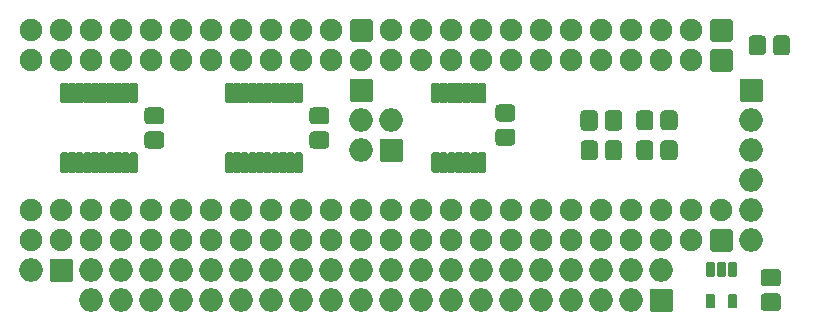
<source format=gbr>
G04 #@! TF.GenerationSoftware,KiCad,Pcbnew,(5.1.9)-1*
G04 #@! TF.CreationDate,2021-04-27T19:19:42+01:00*
G04 #@! TF.ProjectId,RGBtoHDMI Amiga Denise - v2++ Rev 2 by solarmon,52474274-6f48-4444-9d49-20416d696761,v2++ Rev 2*
G04 #@! TF.SameCoordinates,Original*
G04 #@! TF.FileFunction,Soldermask,Top*
G04 #@! TF.FilePolarity,Negative*
%FSLAX46Y46*%
G04 Gerber Fmt 4.6, Leading zero omitted, Abs format (unit mm)*
G04 Created by KiCad (PCBNEW (5.1.9)-1) date 2021-04-27 19:19:42*
%MOMM*%
%LPD*%
G01*
G04 APERTURE LIST*
%ADD10O,2.000000X2.000000*%
%ADD11O,1.900000X1.900000*%
G04 APERTURE END LIST*
D10*
X133985000Y-75565000D03*
G36*
G01*
X132985000Y-78955000D02*
X132985000Y-77255000D01*
G75*
G02*
X133135000Y-77105000I150000J0D01*
G01*
X134835000Y-77105000D01*
G75*
G02*
X134985000Y-77255000I0J-150000D01*
G01*
X134985000Y-78955000D01*
G75*
G02*
X134835000Y-79105000I-150000J0D01*
G01*
X133135000Y-79105000D01*
G75*
G02*
X132985000Y-78955000I0J150000D01*
G01*
G37*
G36*
G01*
X166677171Y-89616000D02*
X165554829Y-89616000D01*
G75*
G02*
X165241000Y-89302171I0J313829D01*
G01*
X165241000Y-88454829D01*
G75*
G02*
X165554829Y-88141000I313829J0D01*
G01*
X166677171Y-88141000D01*
G75*
G02*
X166991000Y-88454829I0J-313829D01*
G01*
X166991000Y-89302171D01*
G75*
G02*
X166677171Y-89616000I-313829J0D01*
G01*
G37*
G36*
G01*
X166677171Y-91691000D02*
X165554829Y-91691000D01*
G75*
G02*
X165241000Y-91377171I0J313829D01*
G01*
X165241000Y-90529829D01*
G75*
G02*
X165554829Y-90216000I313829J0D01*
G01*
X166677171Y-90216000D01*
G75*
G02*
X166991000Y-90529829I0J-313829D01*
G01*
X166991000Y-91377171D01*
G75*
G02*
X166677171Y-91691000I-313829J0D01*
G01*
G37*
G36*
G01*
X152065000Y-76126171D02*
X152065000Y-75003829D01*
G75*
G02*
X152378829Y-74690000I313829J0D01*
G01*
X153226171Y-74690000D01*
G75*
G02*
X153540000Y-75003829I0J-313829D01*
G01*
X153540000Y-76126171D01*
G75*
G02*
X153226171Y-76440000I-313829J0D01*
G01*
X152378829Y-76440000D01*
G75*
G02*
X152065000Y-76126171I0J313829D01*
G01*
G37*
G36*
G01*
X149990000Y-76126171D02*
X149990000Y-75003829D01*
G75*
G02*
X150303829Y-74690000I313829J0D01*
G01*
X151151171Y-74690000D01*
G75*
G02*
X151465000Y-75003829I0J-313829D01*
G01*
X151465000Y-76126171D01*
G75*
G02*
X151151171Y-76440000I-313829J0D01*
G01*
X150303829Y-76440000D01*
G75*
G02*
X149990000Y-76126171I0J313829D01*
G01*
G37*
D11*
X103505000Y-85725000D03*
X106045000Y-85725000D03*
X108585000Y-85725000D03*
X111125000Y-85725000D03*
X113665000Y-85725000D03*
X116205000Y-85725000D03*
X118745000Y-85725000D03*
X121285000Y-85725000D03*
X123825000Y-85725000D03*
X126365000Y-85725000D03*
X128905000Y-85725000D03*
X131445000Y-85725000D03*
X133985000Y-85725000D03*
X136525000Y-85725000D03*
X139065000Y-85725000D03*
X141605000Y-85725000D03*
X144145000Y-85725000D03*
X146685000Y-85725000D03*
X149225000Y-85725000D03*
X151765000Y-85725000D03*
X154305000Y-85725000D03*
X156845000Y-85725000D03*
X159385000Y-85725000D03*
G36*
G01*
X162725000Y-86675000D02*
X161125000Y-86675000D01*
G75*
G02*
X160975000Y-86525000I0J150000D01*
G01*
X160975000Y-84925000D01*
G75*
G02*
X161125000Y-84775000I150000J0D01*
G01*
X162725000Y-84775000D01*
G75*
G02*
X162875000Y-84925000I0J-150000D01*
G01*
X162875000Y-86525000D01*
G75*
G02*
X162725000Y-86675000I-150000J0D01*
G01*
G37*
X103505000Y-70485000D03*
X106045000Y-70485000D03*
X108585000Y-70485000D03*
X111125000Y-70485000D03*
X113665000Y-70485000D03*
X116205000Y-70485000D03*
X118745000Y-70485000D03*
X121285000Y-70485000D03*
X123825000Y-70485000D03*
X126365000Y-70485000D03*
X128905000Y-70485000D03*
X131445000Y-70485000D03*
X133985000Y-70485000D03*
X136525000Y-70485000D03*
X139065000Y-70485000D03*
X141605000Y-70485000D03*
X144145000Y-70485000D03*
X146685000Y-70485000D03*
X149225000Y-70485000D03*
X151765000Y-70485000D03*
X154305000Y-70485000D03*
X156845000Y-70485000D03*
X159385000Y-70485000D03*
G36*
G01*
X162725000Y-71435000D02*
X161125000Y-71435000D01*
G75*
G02*
X160975000Y-71285000I0J150000D01*
G01*
X160975000Y-69685000D01*
G75*
G02*
X161125000Y-69535000I150000J0D01*
G01*
X162725000Y-69535000D01*
G75*
G02*
X162875000Y-69685000I0J-150000D01*
G01*
X162875000Y-71285000D01*
G75*
G02*
X162725000Y-71435000I-150000J0D01*
G01*
G37*
D10*
X164465000Y-85725000D03*
X164465000Y-83185000D03*
X164465000Y-80645000D03*
X164465000Y-78105000D03*
X164465000Y-75565000D03*
G36*
G01*
X163465000Y-73875000D02*
X163465000Y-72175000D01*
G75*
G02*
X163615000Y-72025000I150000J0D01*
G01*
X165315000Y-72025000D01*
G75*
G02*
X165465000Y-72175000I0J-150000D01*
G01*
X165465000Y-73875000D01*
G75*
G02*
X165315000Y-74025000I-150000J0D01*
G01*
X163615000Y-74025000D01*
G75*
G02*
X163465000Y-73875000I0J150000D01*
G01*
G37*
G36*
G01*
X163245000Y-90360000D02*
X163245000Y-91410000D01*
G75*
G02*
X163175000Y-91480000I-70000J0D01*
G01*
X162575000Y-91480000D01*
G75*
G02*
X162505000Y-91410000I0J70000D01*
G01*
X162505000Y-90360000D01*
G75*
G02*
X162575000Y-90290000I70000J0D01*
G01*
X163175000Y-90290000D01*
G75*
G02*
X163245000Y-90360000I0J-70000D01*
G01*
G37*
G36*
G01*
X161345000Y-90360000D02*
X161345000Y-91410000D01*
G75*
G02*
X161275000Y-91480000I-70000J0D01*
G01*
X160675000Y-91480000D01*
G75*
G02*
X160605000Y-91410000I0J70000D01*
G01*
X160605000Y-90360000D01*
G75*
G02*
X160675000Y-90290000I70000J0D01*
G01*
X161275000Y-90290000D01*
G75*
G02*
X161345000Y-90360000I0J-70000D01*
G01*
G37*
G36*
G01*
X161345000Y-87660000D02*
X161345000Y-88710000D01*
G75*
G02*
X161275000Y-88780000I-70000J0D01*
G01*
X160675000Y-88780000D01*
G75*
G02*
X160605000Y-88710000I0J70000D01*
G01*
X160605000Y-87660000D01*
G75*
G02*
X160675000Y-87590000I70000J0D01*
G01*
X161275000Y-87590000D01*
G75*
G02*
X161345000Y-87660000I0J-70000D01*
G01*
G37*
G36*
G01*
X162295000Y-87660000D02*
X162295000Y-88710000D01*
G75*
G02*
X162225000Y-88780000I-70000J0D01*
G01*
X161625000Y-88780000D01*
G75*
G02*
X161555000Y-88710000I0J70000D01*
G01*
X161555000Y-87660000D01*
G75*
G02*
X161625000Y-87590000I70000J0D01*
G01*
X162225000Y-87590000D01*
G75*
G02*
X162295000Y-87660000I0J-70000D01*
G01*
G37*
G36*
G01*
X163245000Y-87660000D02*
X163245000Y-88710000D01*
G75*
G02*
X163175000Y-88780000I-70000J0D01*
G01*
X162575000Y-88780000D01*
G75*
G02*
X162505000Y-88710000I0J70000D01*
G01*
X162505000Y-87660000D01*
G75*
G02*
X162575000Y-87590000I70000J0D01*
G01*
X163175000Y-87590000D01*
G75*
G02*
X163245000Y-87660000I0J-70000D01*
G01*
G37*
G36*
G01*
X166289000Y-69749784D02*
X166289000Y-68680216D01*
G75*
G02*
X166604216Y-68365000I315216J0D01*
G01*
X167423784Y-68365000D01*
G75*
G02*
X167739000Y-68680216I0J-315216D01*
G01*
X167739000Y-69749784D01*
G75*
G02*
X167423784Y-70065000I-315216J0D01*
G01*
X166604216Y-70065000D01*
G75*
G02*
X166289000Y-69749784I0J315216D01*
G01*
G37*
G36*
G01*
X164239000Y-69749784D02*
X164239000Y-68680216D01*
G75*
G02*
X164554216Y-68365000I315216J0D01*
G01*
X165373784Y-68365000D01*
G75*
G02*
X165689000Y-68680216I0J-315216D01*
G01*
X165689000Y-69749784D01*
G75*
G02*
X165373784Y-70065000I-315216J0D01*
G01*
X164554216Y-70065000D01*
G75*
G02*
X164239000Y-69749784I0J315216D01*
G01*
G37*
G36*
G01*
X156764000Y-78639784D02*
X156764000Y-77570216D01*
G75*
G02*
X157079216Y-77255000I315216J0D01*
G01*
X157898784Y-77255000D01*
G75*
G02*
X158214000Y-77570216I0J-315216D01*
G01*
X158214000Y-78639784D01*
G75*
G02*
X157898784Y-78955000I-315216J0D01*
G01*
X157079216Y-78955000D01*
G75*
G02*
X156764000Y-78639784I0J315216D01*
G01*
G37*
G36*
G01*
X154714000Y-78639784D02*
X154714000Y-77570216D01*
G75*
G02*
X155029216Y-77255000I315216J0D01*
G01*
X155848784Y-77255000D01*
G75*
G02*
X156164000Y-77570216I0J-315216D01*
G01*
X156164000Y-78639784D01*
G75*
G02*
X155848784Y-78955000I-315216J0D01*
G01*
X155029216Y-78955000D01*
G75*
G02*
X154714000Y-78639784I0J315216D01*
G01*
G37*
G36*
G01*
X114453784Y-75900000D02*
X113384216Y-75900000D01*
G75*
G02*
X113069000Y-75584784I0J315216D01*
G01*
X113069000Y-74765216D01*
G75*
G02*
X113384216Y-74450000I315216J0D01*
G01*
X114453784Y-74450000D01*
G75*
G02*
X114769000Y-74765216I0J-315216D01*
G01*
X114769000Y-75584784D01*
G75*
G02*
X114453784Y-75900000I-315216J0D01*
G01*
G37*
G36*
G01*
X114453784Y-77950000D02*
X113384216Y-77950000D01*
G75*
G02*
X113069000Y-77634784I0J315216D01*
G01*
X113069000Y-76815216D01*
G75*
G02*
X113384216Y-76500000I315216J0D01*
G01*
X114453784Y-76500000D01*
G75*
G02*
X114769000Y-76815216I0J-315216D01*
G01*
X114769000Y-77634784D01*
G75*
G02*
X114453784Y-77950000I-315216J0D01*
G01*
G37*
G36*
G01*
X128423784Y-75900000D02*
X127354216Y-75900000D01*
G75*
G02*
X127039000Y-75584784I0J315216D01*
G01*
X127039000Y-74765216D01*
G75*
G02*
X127354216Y-74450000I315216J0D01*
G01*
X128423784Y-74450000D01*
G75*
G02*
X128739000Y-74765216I0J-315216D01*
G01*
X128739000Y-75584784D01*
G75*
G02*
X128423784Y-75900000I-315216J0D01*
G01*
G37*
G36*
G01*
X128423784Y-77950000D02*
X127354216Y-77950000D01*
G75*
G02*
X127039000Y-77634784I0J315216D01*
G01*
X127039000Y-76815216D01*
G75*
G02*
X127354216Y-76500000I315216J0D01*
G01*
X128423784Y-76500000D01*
G75*
G02*
X128739000Y-76815216I0J-315216D01*
G01*
X128739000Y-77634784D01*
G75*
G02*
X128423784Y-77950000I-315216J0D01*
G01*
G37*
G36*
G01*
X144171784Y-75655000D02*
X143102216Y-75655000D01*
G75*
G02*
X142787000Y-75339784I0J315216D01*
G01*
X142787000Y-74520216D01*
G75*
G02*
X143102216Y-74205000I315216J0D01*
G01*
X144171784Y-74205000D01*
G75*
G02*
X144487000Y-74520216I0J-315216D01*
G01*
X144487000Y-75339784D01*
G75*
G02*
X144171784Y-75655000I-315216J0D01*
G01*
G37*
G36*
G01*
X144171784Y-77705000D02*
X143102216Y-77705000D01*
G75*
G02*
X142787000Y-77389784I0J315216D01*
G01*
X142787000Y-76570216D01*
G75*
G02*
X143102216Y-76255000I315216J0D01*
G01*
X144171784Y-76255000D01*
G75*
G02*
X144487000Y-76570216I0J-315216D01*
G01*
X144487000Y-77389784D01*
G75*
G02*
X144171784Y-77705000I-315216J0D01*
G01*
G37*
G36*
G01*
X141425000Y-72375000D02*
X141875000Y-72375000D01*
G75*
G02*
X142025000Y-72525000I0J-150000D01*
G01*
X142025000Y-73975000D01*
G75*
G02*
X141875000Y-74125000I-150000J0D01*
G01*
X141425000Y-74125000D01*
G75*
G02*
X141275000Y-73975000I0J150000D01*
G01*
X141275000Y-72525000D01*
G75*
G02*
X141425000Y-72375000I150000J0D01*
G01*
G37*
G36*
G01*
X140775000Y-72375000D02*
X141225000Y-72375000D01*
G75*
G02*
X141375000Y-72525000I0J-150000D01*
G01*
X141375000Y-73975000D01*
G75*
G02*
X141225000Y-74125000I-150000J0D01*
G01*
X140775000Y-74125000D01*
G75*
G02*
X140625000Y-73975000I0J150000D01*
G01*
X140625000Y-72525000D01*
G75*
G02*
X140775000Y-72375000I150000J0D01*
G01*
G37*
G36*
G01*
X140125000Y-72375000D02*
X140575000Y-72375000D01*
G75*
G02*
X140725000Y-72525000I0J-150000D01*
G01*
X140725000Y-73975000D01*
G75*
G02*
X140575000Y-74125000I-150000J0D01*
G01*
X140125000Y-74125000D01*
G75*
G02*
X139975000Y-73975000I0J150000D01*
G01*
X139975000Y-72525000D01*
G75*
G02*
X140125000Y-72375000I150000J0D01*
G01*
G37*
G36*
G01*
X139475000Y-72375000D02*
X139925000Y-72375000D01*
G75*
G02*
X140075000Y-72525000I0J-150000D01*
G01*
X140075000Y-73975000D01*
G75*
G02*
X139925000Y-74125000I-150000J0D01*
G01*
X139475000Y-74125000D01*
G75*
G02*
X139325000Y-73975000I0J150000D01*
G01*
X139325000Y-72525000D01*
G75*
G02*
X139475000Y-72375000I150000J0D01*
G01*
G37*
G36*
G01*
X138825000Y-72375000D02*
X139275000Y-72375000D01*
G75*
G02*
X139425000Y-72525000I0J-150000D01*
G01*
X139425000Y-73975000D01*
G75*
G02*
X139275000Y-74125000I-150000J0D01*
G01*
X138825000Y-74125000D01*
G75*
G02*
X138675000Y-73975000I0J150000D01*
G01*
X138675000Y-72525000D01*
G75*
G02*
X138825000Y-72375000I150000J0D01*
G01*
G37*
G36*
G01*
X138175000Y-72375000D02*
X138625000Y-72375000D01*
G75*
G02*
X138775000Y-72525000I0J-150000D01*
G01*
X138775000Y-73975000D01*
G75*
G02*
X138625000Y-74125000I-150000J0D01*
G01*
X138175000Y-74125000D01*
G75*
G02*
X138025000Y-73975000I0J150000D01*
G01*
X138025000Y-72525000D01*
G75*
G02*
X138175000Y-72375000I150000J0D01*
G01*
G37*
G36*
G01*
X137525000Y-72375000D02*
X137975000Y-72375000D01*
G75*
G02*
X138125000Y-72525000I0J-150000D01*
G01*
X138125000Y-73975000D01*
G75*
G02*
X137975000Y-74125000I-150000J0D01*
G01*
X137525000Y-74125000D01*
G75*
G02*
X137375000Y-73975000I0J150000D01*
G01*
X137375000Y-72525000D01*
G75*
G02*
X137525000Y-72375000I150000J0D01*
G01*
G37*
G36*
G01*
X137525000Y-78275000D02*
X137975000Y-78275000D01*
G75*
G02*
X138125000Y-78425000I0J-150000D01*
G01*
X138125000Y-79875000D01*
G75*
G02*
X137975000Y-80025000I-150000J0D01*
G01*
X137525000Y-80025000D01*
G75*
G02*
X137375000Y-79875000I0J150000D01*
G01*
X137375000Y-78425000D01*
G75*
G02*
X137525000Y-78275000I150000J0D01*
G01*
G37*
G36*
G01*
X138175000Y-78275000D02*
X138625000Y-78275000D01*
G75*
G02*
X138775000Y-78425000I0J-150000D01*
G01*
X138775000Y-79875000D01*
G75*
G02*
X138625000Y-80025000I-150000J0D01*
G01*
X138175000Y-80025000D01*
G75*
G02*
X138025000Y-79875000I0J150000D01*
G01*
X138025000Y-78425000D01*
G75*
G02*
X138175000Y-78275000I150000J0D01*
G01*
G37*
G36*
G01*
X138825000Y-78275000D02*
X139275000Y-78275000D01*
G75*
G02*
X139425000Y-78425000I0J-150000D01*
G01*
X139425000Y-79875000D01*
G75*
G02*
X139275000Y-80025000I-150000J0D01*
G01*
X138825000Y-80025000D01*
G75*
G02*
X138675000Y-79875000I0J150000D01*
G01*
X138675000Y-78425000D01*
G75*
G02*
X138825000Y-78275000I150000J0D01*
G01*
G37*
G36*
G01*
X139475000Y-78275000D02*
X139925000Y-78275000D01*
G75*
G02*
X140075000Y-78425000I0J-150000D01*
G01*
X140075000Y-79875000D01*
G75*
G02*
X139925000Y-80025000I-150000J0D01*
G01*
X139475000Y-80025000D01*
G75*
G02*
X139325000Y-79875000I0J150000D01*
G01*
X139325000Y-78425000D01*
G75*
G02*
X139475000Y-78275000I150000J0D01*
G01*
G37*
G36*
G01*
X140125000Y-78275000D02*
X140575000Y-78275000D01*
G75*
G02*
X140725000Y-78425000I0J-150000D01*
G01*
X140725000Y-79875000D01*
G75*
G02*
X140575000Y-80025000I-150000J0D01*
G01*
X140125000Y-80025000D01*
G75*
G02*
X139975000Y-79875000I0J150000D01*
G01*
X139975000Y-78425000D01*
G75*
G02*
X140125000Y-78275000I150000J0D01*
G01*
G37*
G36*
G01*
X140775000Y-78275000D02*
X141225000Y-78275000D01*
G75*
G02*
X141375000Y-78425000I0J-150000D01*
G01*
X141375000Y-79875000D01*
G75*
G02*
X141225000Y-80025000I-150000J0D01*
G01*
X140775000Y-80025000D01*
G75*
G02*
X140625000Y-79875000I0J150000D01*
G01*
X140625000Y-78425000D01*
G75*
G02*
X140775000Y-78275000I150000J0D01*
G01*
G37*
G36*
G01*
X141425000Y-78275000D02*
X141875000Y-78275000D01*
G75*
G02*
X142025000Y-78425000I0J-150000D01*
G01*
X142025000Y-79875000D01*
G75*
G02*
X141875000Y-80025000I-150000J0D01*
G01*
X141425000Y-80025000D01*
G75*
G02*
X141275000Y-79875000I0J150000D01*
G01*
X141275000Y-78425000D01*
G75*
G02*
X141425000Y-78275000I150000J0D01*
G01*
G37*
G36*
G01*
X125890000Y-78275000D02*
X126340000Y-78275000D01*
G75*
G02*
X126490000Y-78425000I0J-150000D01*
G01*
X126490000Y-79875000D01*
G75*
G02*
X126340000Y-80025000I-150000J0D01*
G01*
X125890000Y-80025000D01*
G75*
G02*
X125740000Y-79875000I0J150000D01*
G01*
X125740000Y-78425000D01*
G75*
G02*
X125890000Y-78275000I150000J0D01*
G01*
G37*
G36*
G01*
X125240000Y-78275000D02*
X125690000Y-78275000D01*
G75*
G02*
X125840000Y-78425000I0J-150000D01*
G01*
X125840000Y-79875000D01*
G75*
G02*
X125690000Y-80025000I-150000J0D01*
G01*
X125240000Y-80025000D01*
G75*
G02*
X125090000Y-79875000I0J150000D01*
G01*
X125090000Y-78425000D01*
G75*
G02*
X125240000Y-78275000I150000J0D01*
G01*
G37*
G36*
G01*
X124590000Y-78275000D02*
X125040000Y-78275000D01*
G75*
G02*
X125190000Y-78425000I0J-150000D01*
G01*
X125190000Y-79875000D01*
G75*
G02*
X125040000Y-80025000I-150000J0D01*
G01*
X124590000Y-80025000D01*
G75*
G02*
X124440000Y-79875000I0J150000D01*
G01*
X124440000Y-78425000D01*
G75*
G02*
X124590000Y-78275000I150000J0D01*
G01*
G37*
G36*
G01*
X123940000Y-78275000D02*
X124390000Y-78275000D01*
G75*
G02*
X124540000Y-78425000I0J-150000D01*
G01*
X124540000Y-79875000D01*
G75*
G02*
X124390000Y-80025000I-150000J0D01*
G01*
X123940000Y-80025000D01*
G75*
G02*
X123790000Y-79875000I0J150000D01*
G01*
X123790000Y-78425000D01*
G75*
G02*
X123940000Y-78275000I150000J0D01*
G01*
G37*
G36*
G01*
X123290000Y-78275000D02*
X123740000Y-78275000D01*
G75*
G02*
X123890000Y-78425000I0J-150000D01*
G01*
X123890000Y-79875000D01*
G75*
G02*
X123740000Y-80025000I-150000J0D01*
G01*
X123290000Y-80025000D01*
G75*
G02*
X123140000Y-79875000I0J150000D01*
G01*
X123140000Y-78425000D01*
G75*
G02*
X123290000Y-78275000I150000J0D01*
G01*
G37*
G36*
G01*
X122640000Y-78275000D02*
X123090000Y-78275000D01*
G75*
G02*
X123240000Y-78425000I0J-150000D01*
G01*
X123240000Y-79875000D01*
G75*
G02*
X123090000Y-80025000I-150000J0D01*
G01*
X122640000Y-80025000D01*
G75*
G02*
X122490000Y-79875000I0J150000D01*
G01*
X122490000Y-78425000D01*
G75*
G02*
X122640000Y-78275000I150000J0D01*
G01*
G37*
G36*
G01*
X121990000Y-78275000D02*
X122440000Y-78275000D01*
G75*
G02*
X122590000Y-78425000I0J-150000D01*
G01*
X122590000Y-79875000D01*
G75*
G02*
X122440000Y-80025000I-150000J0D01*
G01*
X121990000Y-80025000D01*
G75*
G02*
X121840000Y-79875000I0J150000D01*
G01*
X121840000Y-78425000D01*
G75*
G02*
X121990000Y-78275000I150000J0D01*
G01*
G37*
G36*
G01*
X121340000Y-78275000D02*
X121790000Y-78275000D01*
G75*
G02*
X121940000Y-78425000I0J-150000D01*
G01*
X121940000Y-79875000D01*
G75*
G02*
X121790000Y-80025000I-150000J0D01*
G01*
X121340000Y-80025000D01*
G75*
G02*
X121190000Y-79875000I0J150000D01*
G01*
X121190000Y-78425000D01*
G75*
G02*
X121340000Y-78275000I150000J0D01*
G01*
G37*
G36*
G01*
X120690000Y-78275000D02*
X121140000Y-78275000D01*
G75*
G02*
X121290000Y-78425000I0J-150000D01*
G01*
X121290000Y-79875000D01*
G75*
G02*
X121140000Y-80025000I-150000J0D01*
G01*
X120690000Y-80025000D01*
G75*
G02*
X120540000Y-79875000I0J150000D01*
G01*
X120540000Y-78425000D01*
G75*
G02*
X120690000Y-78275000I150000J0D01*
G01*
G37*
G36*
G01*
X120040000Y-78275000D02*
X120490000Y-78275000D01*
G75*
G02*
X120640000Y-78425000I0J-150000D01*
G01*
X120640000Y-79875000D01*
G75*
G02*
X120490000Y-80025000I-150000J0D01*
G01*
X120040000Y-80025000D01*
G75*
G02*
X119890000Y-79875000I0J150000D01*
G01*
X119890000Y-78425000D01*
G75*
G02*
X120040000Y-78275000I150000J0D01*
G01*
G37*
G36*
G01*
X120040000Y-72375000D02*
X120490000Y-72375000D01*
G75*
G02*
X120640000Y-72525000I0J-150000D01*
G01*
X120640000Y-73975000D01*
G75*
G02*
X120490000Y-74125000I-150000J0D01*
G01*
X120040000Y-74125000D01*
G75*
G02*
X119890000Y-73975000I0J150000D01*
G01*
X119890000Y-72525000D01*
G75*
G02*
X120040000Y-72375000I150000J0D01*
G01*
G37*
G36*
G01*
X120690000Y-72375000D02*
X121140000Y-72375000D01*
G75*
G02*
X121290000Y-72525000I0J-150000D01*
G01*
X121290000Y-73975000D01*
G75*
G02*
X121140000Y-74125000I-150000J0D01*
G01*
X120690000Y-74125000D01*
G75*
G02*
X120540000Y-73975000I0J150000D01*
G01*
X120540000Y-72525000D01*
G75*
G02*
X120690000Y-72375000I150000J0D01*
G01*
G37*
G36*
G01*
X121340000Y-72375000D02*
X121790000Y-72375000D01*
G75*
G02*
X121940000Y-72525000I0J-150000D01*
G01*
X121940000Y-73975000D01*
G75*
G02*
X121790000Y-74125000I-150000J0D01*
G01*
X121340000Y-74125000D01*
G75*
G02*
X121190000Y-73975000I0J150000D01*
G01*
X121190000Y-72525000D01*
G75*
G02*
X121340000Y-72375000I150000J0D01*
G01*
G37*
G36*
G01*
X121990000Y-72375000D02*
X122440000Y-72375000D01*
G75*
G02*
X122590000Y-72525000I0J-150000D01*
G01*
X122590000Y-73975000D01*
G75*
G02*
X122440000Y-74125000I-150000J0D01*
G01*
X121990000Y-74125000D01*
G75*
G02*
X121840000Y-73975000I0J150000D01*
G01*
X121840000Y-72525000D01*
G75*
G02*
X121990000Y-72375000I150000J0D01*
G01*
G37*
G36*
G01*
X122640000Y-72375000D02*
X123090000Y-72375000D01*
G75*
G02*
X123240000Y-72525000I0J-150000D01*
G01*
X123240000Y-73975000D01*
G75*
G02*
X123090000Y-74125000I-150000J0D01*
G01*
X122640000Y-74125000D01*
G75*
G02*
X122490000Y-73975000I0J150000D01*
G01*
X122490000Y-72525000D01*
G75*
G02*
X122640000Y-72375000I150000J0D01*
G01*
G37*
G36*
G01*
X123290000Y-72375000D02*
X123740000Y-72375000D01*
G75*
G02*
X123890000Y-72525000I0J-150000D01*
G01*
X123890000Y-73975000D01*
G75*
G02*
X123740000Y-74125000I-150000J0D01*
G01*
X123290000Y-74125000D01*
G75*
G02*
X123140000Y-73975000I0J150000D01*
G01*
X123140000Y-72525000D01*
G75*
G02*
X123290000Y-72375000I150000J0D01*
G01*
G37*
G36*
G01*
X123940000Y-72375000D02*
X124390000Y-72375000D01*
G75*
G02*
X124540000Y-72525000I0J-150000D01*
G01*
X124540000Y-73975000D01*
G75*
G02*
X124390000Y-74125000I-150000J0D01*
G01*
X123940000Y-74125000D01*
G75*
G02*
X123790000Y-73975000I0J150000D01*
G01*
X123790000Y-72525000D01*
G75*
G02*
X123940000Y-72375000I150000J0D01*
G01*
G37*
G36*
G01*
X124590000Y-72375000D02*
X125040000Y-72375000D01*
G75*
G02*
X125190000Y-72525000I0J-150000D01*
G01*
X125190000Y-73975000D01*
G75*
G02*
X125040000Y-74125000I-150000J0D01*
G01*
X124590000Y-74125000D01*
G75*
G02*
X124440000Y-73975000I0J150000D01*
G01*
X124440000Y-72525000D01*
G75*
G02*
X124590000Y-72375000I150000J0D01*
G01*
G37*
G36*
G01*
X125240000Y-72375000D02*
X125690000Y-72375000D01*
G75*
G02*
X125840000Y-72525000I0J-150000D01*
G01*
X125840000Y-73975000D01*
G75*
G02*
X125690000Y-74125000I-150000J0D01*
G01*
X125240000Y-74125000D01*
G75*
G02*
X125090000Y-73975000I0J150000D01*
G01*
X125090000Y-72525000D01*
G75*
G02*
X125240000Y-72375000I150000J0D01*
G01*
G37*
G36*
G01*
X125890000Y-72375000D02*
X126340000Y-72375000D01*
G75*
G02*
X126490000Y-72525000I0J-150000D01*
G01*
X126490000Y-73975000D01*
G75*
G02*
X126340000Y-74125000I-150000J0D01*
G01*
X125890000Y-74125000D01*
G75*
G02*
X125740000Y-73975000I0J150000D01*
G01*
X125740000Y-72525000D01*
G75*
G02*
X125890000Y-72375000I150000J0D01*
G01*
G37*
G36*
G01*
X111920000Y-72375000D02*
X112370000Y-72375000D01*
G75*
G02*
X112520000Y-72525000I0J-150000D01*
G01*
X112520000Y-73975000D01*
G75*
G02*
X112370000Y-74125000I-150000J0D01*
G01*
X111920000Y-74125000D01*
G75*
G02*
X111770000Y-73975000I0J150000D01*
G01*
X111770000Y-72525000D01*
G75*
G02*
X111920000Y-72375000I150000J0D01*
G01*
G37*
G36*
G01*
X111270000Y-72375000D02*
X111720000Y-72375000D01*
G75*
G02*
X111870000Y-72525000I0J-150000D01*
G01*
X111870000Y-73975000D01*
G75*
G02*
X111720000Y-74125000I-150000J0D01*
G01*
X111270000Y-74125000D01*
G75*
G02*
X111120000Y-73975000I0J150000D01*
G01*
X111120000Y-72525000D01*
G75*
G02*
X111270000Y-72375000I150000J0D01*
G01*
G37*
G36*
G01*
X110620000Y-72375000D02*
X111070000Y-72375000D01*
G75*
G02*
X111220000Y-72525000I0J-150000D01*
G01*
X111220000Y-73975000D01*
G75*
G02*
X111070000Y-74125000I-150000J0D01*
G01*
X110620000Y-74125000D01*
G75*
G02*
X110470000Y-73975000I0J150000D01*
G01*
X110470000Y-72525000D01*
G75*
G02*
X110620000Y-72375000I150000J0D01*
G01*
G37*
G36*
G01*
X109970000Y-72375000D02*
X110420000Y-72375000D01*
G75*
G02*
X110570000Y-72525000I0J-150000D01*
G01*
X110570000Y-73975000D01*
G75*
G02*
X110420000Y-74125000I-150000J0D01*
G01*
X109970000Y-74125000D01*
G75*
G02*
X109820000Y-73975000I0J150000D01*
G01*
X109820000Y-72525000D01*
G75*
G02*
X109970000Y-72375000I150000J0D01*
G01*
G37*
G36*
G01*
X109320000Y-72375000D02*
X109770000Y-72375000D01*
G75*
G02*
X109920000Y-72525000I0J-150000D01*
G01*
X109920000Y-73975000D01*
G75*
G02*
X109770000Y-74125000I-150000J0D01*
G01*
X109320000Y-74125000D01*
G75*
G02*
X109170000Y-73975000I0J150000D01*
G01*
X109170000Y-72525000D01*
G75*
G02*
X109320000Y-72375000I150000J0D01*
G01*
G37*
G36*
G01*
X108670000Y-72375000D02*
X109120000Y-72375000D01*
G75*
G02*
X109270000Y-72525000I0J-150000D01*
G01*
X109270000Y-73975000D01*
G75*
G02*
X109120000Y-74125000I-150000J0D01*
G01*
X108670000Y-74125000D01*
G75*
G02*
X108520000Y-73975000I0J150000D01*
G01*
X108520000Y-72525000D01*
G75*
G02*
X108670000Y-72375000I150000J0D01*
G01*
G37*
G36*
G01*
X108020000Y-72375000D02*
X108470000Y-72375000D01*
G75*
G02*
X108620000Y-72525000I0J-150000D01*
G01*
X108620000Y-73975000D01*
G75*
G02*
X108470000Y-74125000I-150000J0D01*
G01*
X108020000Y-74125000D01*
G75*
G02*
X107870000Y-73975000I0J150000D01*
G01*
X107870000Y-72525000D01*
G75*
G02*
X108020000Y-72375000I150000J0D01*
G01*
G37*
G36*
G01*
X107370000Y-72375000D02*
X107820000Y-72375000D01*
G75*
G02*
X107970000Y-72525000I0J-150000D01*
G01*
X107970000Y-73975000D01*
G75*
G02*
X107820000Y-74125000I-150000J0D01*
G01*
X107370000Y-74125000D01*
G75*
G02*
X107220000Y-73975000I0J150000D01*
G01*
X107220000Y-72525000D01*
G75*
G02*
X107370000Y-72375000I150000J0D01*
G01*
G37*
G36*
G01*
X106720000Y-72375000D02*
X107170000Y-72375000D01*
G75*
G02*
X107320000Y-72525000I0J-150000D01*
G01*
X107320000Y-73975000D01*
G75*
G02*
X107170000Y-74125000I-150000J0D01*
G01*
X106720000Y-74125000D01*
G75*
G02*
X106570000Y-73975000I0J150000D01*
G01*
X106570000Y-72525000D01*
G75*
G02*
X106720000Y-72375000I150000J0D01*
G01*
G37*
G36*
G01*
X106070000Y-72375000D02*
X106520000Y-72375000D01*
G75*
G02*
X106670000Y-72525000I0J-150000D01*
G01*
X106670000Y-73975000D01*
G75*
G02*
X106520000Y-74125000I-150000J0D01*
G01*
X106070000Y-74125000D01*
G75*
G02*
X105920000Y-73975000I0J150000D01*
G01*
X105920000Y-72525000D01*
G75*
G02*
X106070000Y-72375000I150000J0D01*
G01*
G37*
G36*
G01*
X106070000Y-78275000D02*
X106520000Y-78275000D01*
G75*
G02*
X106670000Y-78425000I0J-150000D01*
G01*
X106670000Y-79875000D01*
G75*
G02*
X106520000Y-80025000I-150000J0D01*
G01*
X106070000Y-80025000D01*
G75*
G02*
X105920000Y-79875000I0J150000D01*
G01*
X105920000Y-78425000D01*
G75*
G02*
X106070000Y-78275000I150000J0D01*
G01*
G37*
G36*
G01*
X106720000Y-78275000D02*
X107170000Y-78275000D01*
G75*
G02*
X107320000Y-78425000I0J-150000D01*
G01*
X107320000Y-79875000D01*
G75*
G02*
X107170000Y-80025000I-150000J0D01*
G01*
X106720000Y-80025000D01*
G75*
G02*
X106570000Y-79875000I0J150000D01*
G01*
X106570000Y-78425000D01*
G75*
G02*
X106720000Y-78275000I150000J0D01*
G01*
G37*
G36*
G01*
X107370000Y-78275000D02*
X107820000Y-78275000D01*
G75*
G02*
X107970000Y-78425000I0J-150000D01*
G01*
X107970000Y-79875000D01*
G75*
G02*
X107820000Y-80025000I-150000J0D01*
G01*
X107370000Y-80025000D01*
G75*
G02*
X107220000Y-79875000I0J150000D01*
G01*
X107220000Y-78425000D01*
G75*
G02*
X107370000Y-78275000I150000J0D01*
G01*
G37*
G36*
G01*
X108020000Y-78275000D02*
X108470000Y-78275000D01*
G75*
G02*
X108620000Y-78425000I0J-150000D01*
G01*
X108620000Y-79875000D01*
G75*
G02*
X108470000Y-80025000I-150000J0D01*
G01*
X108020000Y-80025000D01*
G75*
G02*
X107870000Y-79875000I0J150000D01*
G01*
X107870000Y-78425000D01*
G75*
G02*
X108020000Y-78275000I150000J0D01*
G01*
G37*
G36*
G01*
X108670000Y-78275000D02*
X109120000Y-78275000D01*
G75*
G02*
X109270000Y-78425000I0J-150000D01*
G01*
X109270000Y-79875000D01*
G75*
G02*
X109120000Y-80025000I-150000J0D01*
G01*
X108670000Y-80025000D01*
G75*
G02*
X108520000Y-79875000I0J150000D01*
G01*
X108520000Y-78425000D01*
G75*
G02*
X108670000Y-78275000I150000J0D01*
G01*
G37*
G36*
G01*
X109320000Y-78275000D02*
X109770000Y-78275000D01*
G75*
G02*
X109920000Y-78425000I0J-150000D01*
G01*
X109920000Y-79875000D01*
G75*
G02*
X109770000Y-80025000I-150000J0D01*
G01*
X109320000Y-80025000D01*
G75*
G02*
X109170000Y-79875000I0J150000D01*
G01*
X109170000Y-78425000D01*
G75*
G02*
X109320000Y-78275000I150000J0D01*
G01*
G37*
G36*
G01*
X109970000Y-78275000D02*
X110420000Y-78275000D01*
G75*
G02*
X110570000Y-78425000I0J-150000D01*
G01*
X110570000Y-79875000D01*
G75*
G02*
X110420000Y-80025000I-150000J0D01*
G01*
X109970000Y-80025000D01*
G75*
G02*
X109820000Y-79875000I0J150000D01*
G01*
X109820000Y-78425000D01*
G75*
G02*
X109970000Y-78275000I150000J0D01*
G01*
G37*
G36*
G01*
X110620000Y-78275000D02*
X111070000Y-78275000D01*
G75*
G02*
X111220000Y-78425000I0J-150000D01*
G01*
X111220000Y-79875000D01*
G75*
G02*
X111070000Y-80025000I-150000J0D01*
G01*
X110620000Y-80025000D01*
G75*
G02*
X110470000Y-79875000I0J150000D01*
G01*
X110470000Y-78425000D01*
G75*
G02*
X110620000Y-78275000I150000J0D01*
G01*
G37*
G36*
G01*
X111270000Y-78275000D02*
X111720000Y-78275000D01*
G75*
G02*
X111870000Y-78425000I0J-150000D01*
G01*
X111870000Y-79875000D01*
G75*
G02*
X111720000Y-80025000I-150000J0D01*
G01*
X111270000Y-80025000D01*
G75*
G02*
X111120000Y-79875000I0J150000D01*
G01*
X111120000Y-78425000D01*
G75*
G02*
X111270000Y-78275000I150000J0D01*
G01*
G37*
G36*
G01*
X111920000Y-78275000D02*
X112370000Y-78275000D01*
G75*
G02*
X112520000Y-78425000I0J-150000D01*
G01*
X112520000Y-79875000D01*
G75*
G02*
X112370000Y-80025000I-150000J0D01*
G01*
X111920000Y-80025000D01*
G75*
G02*
X111770000Y-79875000I0J150000D01*
G01*
X111770000Y-78425000D01*
G75*
G02*
X111920000Y-78275000I150000J0D01*
G01*
G37*
G36*
G01*
X155995000Y-89805000D02*
X157695000Y-89805000D01*
G75*
G02*
X157845000Y-89955000I0J-150000D01*
G01*
X157845000Y-91655000D01*
G75*
G02*
X157695000Y-91805000I-150000J0D01*
G01*
X155995000Y-91805000D01*
G75*
G02*
X155845000Y-91655000I0J150000D01*
G01*
X155845000Y-89955000D01*
G75*
G02*
X155995000Y-89805000I150000J0D01*
G01*
G37*
X156845000Y-88265000D03*
X154305000Y-90805000D03*
X154305000Y-88265000D03*
X151765000Y-90805000D03*
X151765000Y-88265000D03*
X149225000Y-90805000D03*
X149225000Y-88265000D03*
X146685000Y-90805000D03*
X146685000Y-88265000D03*
X144145000Y-90805000D03*
X144145000Y-88265000D03*
X141605000Y-90805000D03*
X141605000Y-88265000D03*
X139065000Y-90805000D03*
X139065000Y-88265000D03*
X136525000Y-90805000D03*
X136525000Y-88265000D03*
X133985000Y-90805000D03*
X133985000Y-88265000D03*
X131445000Y-90805000D03*
X131445000Y-88265000D03*
X128905000Y-90805000D03*
X128905000Y-88265000D03*
X126365000Y-90805000D03*
X126365000Y-88265000D03*
X123825000Y-90805000D03*
X123825000Y-88265000D03*
X121285000Y-90805000D03*
X121285000Y-88265000D03*
X118745000Y-90805000D03*
X118745000Y-88265000D03*
X116205000Y-90805000D03*
X116205000Y-88265000D03*
X113665000Y-90805000D03*
X113665000Y-88265000D03*
X111125000Y-90805000D03*
X111125000Y-88265000D03*
X108585000Y-90805000D03*
X108585000Y-88265000D03*
G36*
G01*
X158214000Y-75030216D02*
X158214000Y-76099784D01*
G75*
G02*
X157898784Y-76415000I-315216J0D01*
G01*
X157079216Y-76415000D01*
G75*
G02*
X156764000Y-76099784I0J315216D01*
G01*
X156764000Y-75030216D01*
G75*
G02*
X157079216Y-74715000I315216J0D01*
G01*
X157898784Y-74715000D01*
G75*
G02*
X158214000Y-75030216I0J-315216D01*
G01*
G37*
G36*
G01*
X156164000Y-75030216D02*
X156164000Y-76099784D01*
G75*
G02*
X155848784Y-76415000I-315216J0D01*
G01*
X155029216Y-76415000D01*
G75*
G02*
X154714000Y-76099784I0J315216D01*
G01*
X154714000Y-75030216D01*
G75*
G02*
X155029216Y-74715000I315216J0D01*
G01*
X155848784Y-74715000D01*
G75*
G02*
X156164000Y-75030216I0J-315216D01*
G01*
G37*
G36*
G01*
X150015000Y-78639784D02*
X150015000Y-77570216D01*
G75*
G02*
X150330216Y-77255000I315216J0D01*
G01*
X151149784Y-77255000D01*
G75*
G02*
X151465000Y-77570216I0J-315216D01*
G01*
X151465000Y-78639784D01*
G75*
G02*
X151149784Y-78955000I-315216J0D01*
G01*
X150330216Y-78955000D01*
G75*
G02*
X150015000Y-78639784I0J315216D01*
G01*
G37*
G36*
G01*
X152065000Y-78639784D02*
X152065000Y-77570216D01*
G75*
G02*
X152380216Y-77255000I315216J0D01*
G01*
X153199784Y-77255000D01*
G75*
G02*
X153515000Y-77570216I0J-315216D01*
G01*
X153515000Y-78639784D01*
G75*
G02*
X153199784Y-78955000I-315216J0D01*
G01*
X152380216Y-78955000D01*
G75*
G02*
X152065000Y-78639784I0J315216D01*
G01*
G37*
G36*
G01*
X161125000Y-66995000D02*
X162725000Y-66995000D01*
G75*
G02*
X162875000Y-67145000I0J-150000D01*
G01*
X162875000Y-68745000D01*
G75*
G02*
X162725000Y-68895000I-150000J0D01*
G01*
X161125000Y-68895000D01*
G75*
G02*
X160975000Y-68745000I0J150000D01*
G01*
X160975000Y-67145000D01*
G75*
G02*
X161125000Y-66995000I150000J0D01*
G01*
G37*
D11*
X133985000Y-83185000D03*
X159385000Y-67945000D03*
X136525000Y-83185000D03*
X156845000Y-67945000D03*
X139065000Y-83185000D03*
X154305000Y-67945000D03*
X141605000Y-83185000D03*
X151765000Y-67945000D03*
X144145000Y-83185000D03*
X149225000Y-67945000D03*
X146685000Y-83185000D03*
X146685000Y-67945000D03*
X149225000Y-83185000D03*
X144145000Y-67945000D03*
X151765000Y-83185000D03*
X141605000Y-67945000D03*
X154305000Y-83185000D03*
X139065000Y-67945000D03*
X156845000Y-83185000D03*
X136525000Y-67945000D03*
X159385000Y-83185000D03*
X133985000Y-67945000D03*
X161925000Y-83185000D03*
G36*
G01*
X130645000Y-66995000D02*
X132245000Y-66995000D01*
G75*
G02*
X132395000Y-67145000I0J-150000D01*
G01*
X132395000Y-68745000D01*
G75*
G02*
X132245000Y-68895000I-150000J0D01*
G01*
X130645000Y-68895000D01*
G75*
G02*
X130495000Y-68745000I0J150000D01*
G01*
X130495000Y-67145000D01*
G75*
G02*
X130645000Y-66995000I150000J0D01*
G01*
G37*
X103505000Y-83185000D03*
X128905000Y-67945000D03*
X106045000Y-83185000D03*
X126365000Y-67945000D03*
X108585000Y-83185000D03*
X123825000Y-67945000D03*
X111125000Y-83185000D03*
X121285000Y-67945000D03*
X113665000Y-83185000D03*
X118745000Y-67945000D03*
X116205000Y-83185000D03*
X116205000Y-67945000D03*
X118745000Y-83185000D03*
X113665000Y-67945000D03*
X121285000Y-83185000D03*
X111125000Y-67945000D03*
X123825000Y-83185000D03*
X108585000Y-67945000D03*
X126365000Y-83185000D03*
X106045000Y-67945000D03*
X128905000Y-83185000D03*
X103505000Y-67945000D03*
X131445000Y-83185000D03*
D10*
X103505000Y-88265000D03*
G36*
G01*
X105195000Y-87265000D02*
X106895000Y-87265000D01*
G75*
G02*
X107045000Y-87415000I0J-150000D01*
G01*
X107045000Y-89115000D01*
G75*
G02*
X106895000Y-89265000I-150000J0D01*
G01*
X105195000Y-89265000D01*
G75*
G02*
X105045000Y-89115000I0J150000D01*
G01*
X105045000Y-87415000D01*
G75*
G02*
X105195000Y-87265000I150000J0D01*
G01*
G37*
G36*
G01*
X132445000Y-72175000D02*
X132445000Y-73875000D01*
G75*
G02*
X132295000Y-74025000I-150000J0D01*
G01*
X130595000Y-74025000D01*
G75*
G02*
X130445000Y-73875000I0J150000D01*
G01*
X130445000Y-72175000D01*
G75*
G02*
X130595000Y-72025000I150000J0D01*
G01*
X132295000Y-72025000D01*
G75*
G02*
X132445000Y-72175000I0J-150000D01*
G01*
G37*
X131445000Y-75565000D03*
X131445000Y-78105000D03*
M02*

</source>
